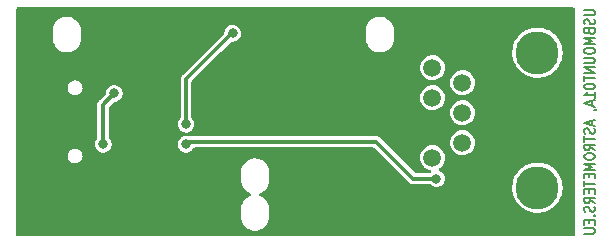
<source format=gbl>
%TF.GenerationSoftware,KiCad,Pcbnew,5.99.0-unknown-4920692bcd~125~ubuntu20.04.1*%
%TF.CreationDate,2021-04-18T13:07:43+02:00*%
%TF.ProjectId,USBMOUNT01A,5553424d-4f55-44e5-9430-31412e6b6963,rev?*%
%TF.SameCoordinates,Original*%
%TF.FileFunction,Copper,L2,Bot*%
%TF.FilePolarity,Positive*%
%FSLAX46Y46*%
G04 Gerber Fmt 4.6, Leading zero omitted, Abs format (unit mm)*
G04 Created by KiCad (PCBNEW 5.99.0-unknown-4920692bcd~125~ubuntu20.04.1) date 2021-04-18 13:07:43*
%MOMM*%
%LPD*%
G01*
G04 APERTURE LIST*
%ADD10C,0.195000*%
%TA.AperFunction,NonConductor*%
%ADD11C,0.195000*%
%TD*%
%TA.AperFunction,ComponentPad*%
%ADD12O,2.000000X0.900000*%
%TD*%
%TA.AperFunction,ComponentPad*%
%ADD13O,2.100000X0.900000*%
%TD*%
%TA.AperFunction,WasherPad*%
%ADD14C,3.650000*%
%TD*%
%TA.AperFunction,ComponentPad*%
%ADD15R,1.500000X1.500000*%
%TD*%
%TA.AperFunction,ComponentPad*%
%ADD16C,1.500000*%
%TD*%
%TA.AperFunction,ViaPad*%
%ADD17C,0.800000*%
%TD*%
%TA.AperFunction,Conductor*%
%ADD18C,0.350000*%
%TD*%
%TA.AperFunction,Conductor*%
%ADD19C,0.300000*%
%TD*%
G04 APERTURE END LIST*
D10*
D11*
X172007142Y-79428571D02*
X172735714Y-79428571D01*
X172821428Y-79465714D01*
X172864285Y-79502857D01*
X172907142Y-79577142D01*
X172907142Y-79725714D01*
X172864285Y-79800000D01*
X172821428Y-79837142D01*
X172735714Y-79874285D01*
X172007142Y-79874285D01*
X172864285Y-80208571D02*
X172907142Y-80320000D01*
X172907142Y-80505714D01*
X172864285Y-80580000D01*
X172821428Y-80617142D01*
X172735714Y-80654285D01*
X172650000Y-80654285D01*
X172564285Y-80617142D01*
X172521428Y-80580000D01*
X172478571Y-80505714D01*
X172435714Y-80357142D01*
X172392857Y-80282857D01*
X172350000Y-80245714D01*
X172264285Y-80208571D01*
X172178571Y-80208571D01*
X172092857Y-80245714D01*
X172050000Y-80282857D01*
X172007142Y-80357142D01*
X172007142Y-80542857D01*
X172050000Y-80654285D01*
X172435714Y-81248571D02*
X172478571Y-81360000D01*
X172521428Y-81397142D01*
X172607142Y-81434285D01*
X172735714Y-81434285D01*
X172821428Y-81397142D01*
X172864285Y-81360000D01*
X172907142Y-81285714D01*
X172907142Y-80988571D01*
X172007142Y-80988571D01*
X172007142Y-81248571D01*
X172050000Y-81322857D01*
X172092857Y-81360000D01*
X172178571Y-81397142D01*
X172264285Y-81397142D01*
X172350000Y-81360000D01*
X172392857Y-81322857D01*
X172435714Y-81248571D01*
X172435714Y-80988571D01*
X172907142Y-81768571D02*
X172007142Y-81768571D01*
X172650000Y-82028571D01*
X172007142Y-82288571D01*
X172907142Y-82288571D01*
X172007142Y-82808571D02*
X172007142Y-82957142D01*
X172050000Y-83031428D01*
X172135714Y-83105714D01*
X172307142Y-83142857D01*
X172607142Y-83142857D01*
X172778571Y-83105714D01*
X172864285Y-83031428D01*
X172907142Y-82957142D01*
X172907142Y-82808571D01*
X172864285Y-82734285D01*
X172778571Y-82660000D01*
X172607142Y-82622857D01*
X172307142Y-82622857D01*
X172135714Y-82660000D01*
X172050000Y-82734285D01*
X172007142Y-82808571D01*
X172007142Y-83477142D02*
X172735714Y-83477142D01*
X172821428Y-83514285D01*
X172864285Y-83551428D01*
X172907142Y-83625714D01*
X172907142Y-83774285D01*
X172864285Y-83848571D01*
X172821428Y-83885714D01*
X172735714Y-83922857D01*
X172007142Y-83922857D01*
X172907142Y-84294285D02*
X172007142Y-84294285D01*
X172907142Y-84740000D01*
X172007142Y-84740000D01*
X172007142Y-85000000D02*
X172007142Y-85445714D01*
X172907142Y-85222857D02*
X172007142Y-85222857D01*
X172007142Y-85854285D02*
X172007142Y-85928571D01*
X172050000Y-86002857D01*
X172092857Y-86040000D01*
X172178571Y-86077142D01*
X172350000Y-86114285D01*
X172564285Y-86114285D01*
X172735714Y-86077142D01*
X172821428Y-86040000D01*
X172864285Y-86002857D01*
X172907142Y-85928571D01*
X172907142Y-85854285D01*
X172864285Y-85780000D01*
X172821428Y-85742857D01*
X172735714Y-85705714D01*
X172564285Y-85668571D01*
X172350000Y-85668571D01*
X172178571Y-85705714D01*
X172092857Y-85742857D01*
X172050000Y-85780000D01*
X172007142Y-85854285D01*
X172907142Y-86857142D02*
X172907142Y-86411428D01*
X172907142Y-86634285D02*
X172007142Y-86634285D01*
X172135714Y-86560000D01*
X172221428Y-86485714D01*
X172264285Y-86411428D01*
X172650000Y-87154285D02*
X172650000Y-87525714D01*
X172907142Y-87080000D02*
X172007142Y-87340000D01*
X172907142Y-87600000D01*
X172864285Y-87897142D02*
X172907142Y-87897142D01*
X172992857Y-87860000D01*
X173035714Y-87822857D01*
X172650000Y-88788571D02*
X172650000Y-89160000D01*
X172907142Y-88714285D02*
X172007142Y-88974285D01*
X172907142Y-89234285D01*
X172864285Y-89457142D02*
X172907142Y-89568571D01*
X172907142Y-89754285D01*
X172864285Y-89828571D01*
X172821428Y-89865714D01*
X172735714Y-89902857D01*
X172650000Y-89902857D01*
X172564285Y-89865714D01*
X172521428Y-89828571D01*
X172478571Y-89754285D01*
X172435714Y-89605714D01*
X172392857Y-89531428D01*
X172350000Y-89494285D01*
X172264285Y-89457142D01*
X172178571Y-89457142D01*
X172092857Y-89494285D01*
X172050000Y-89531428D01*
X172007142Y-89605714D01*
X172007142Y-89791428D01*
X172050000Y-89902857D01*
X172007142Y-90125714D02*
X172007142Y-90571428D01*
X172907142Y-90348571D02*
X172007142Y-90348571D01*
X172907142Y-91277142D02*
X172478571Y-91017142D01*
X172907142Y-90831428D02*
X172007142Y-90831428D01*
X172007142Y-91128571D01*
X172050000Y-91202857D01*
X172092857Y-91240000D01*
X172178571Y-91277142D01*
X172307142Y-91277142D01*
X172392857Y-91240000D01*
X172435714Y-91202857D01*
X172478571Y-91128571D01*
X172478571Y-90831428D01*
X172007142Y-91760000D02*
X172007142Y-91908571D01*
X172050000Y-91982857D01*
X172135714Y-92057142D01*
X172307142Y-92094285D01*
X172607142Y-92094285D01*
X172778571Y-92057142D01*
X172864285Y-91982857D01*
X172907142Y-91908571D01*
X172907142Y-91760000D01*
X172864285Y-91685714D01*
X172778571Y-91611428D01*
X172607142Y-91574285D01*
X172307142Y-91574285D01*
X172135714Y-91611428D01*
X172050000Y-91685714D01*
X172007142Y-91760000D01*
X172907142Y-92428571D02*
X172007142Y-92428571D01*
X172650000Y-92688571D01*
X172007142Y-92948571D01*
X172907142Y-92948571D01*
X172435714Y-93320000D02*
X172435714Y-93580000D01*
X172907142Y-93691428D02*
X172907142Y-93320000D01*
X172007142Y-93320000D01*
X172007142Y-93691428D01*
X172007142Y-93914285D02*
X172007142Y-94360000D01*
X172907142Y-94137142D02*
X172007142Y-94137142D01*
X172435714Y-94620000D02*
X172435714Y-94880000D01*
X172907142Y-94991428D02*
X172907142Y-94620000D01*
X172007142Y-94620000D01*
X172007142Y-94991428D01*
X172907142Y-95771428D02*
X172478571Y-95511428D01*
X172907142Y-95325714D02*
X172007142Y-95325714D01*
X172007142Y-95622857D01*
X172050000Y-95697142D01*
X172092857Y-95734285D01*
X172178571Y-95771428D01*
X172307142Y-95771428D01*
X172392857Y-95734285D01*
X172435714Y-95697142D01*
X172478571Y-95622857D01*
X172478571Y-95325714D01*
X172864285Y-96068571D02*
X172907142Y-96180000D01*
X172907142Y-96365714D01*
X172864285Y-96440000D01*
X172821428Y-96477142D01*
X172735714Y-96514285D01*
X172650000Y-96514285D01*
X172564285Y-96477142D01*
X172521428Y-96440000D01*
X172478571Y-96365714D01*
X172435714Y-96217142D01*
X172392857Y-96142857D01*
X172350000Y-96105714D01*
X172264285Y-96068571D01*
X172178571Y-96068571D01*
X172092857Y-96105714D01*
X172050000Y-96142857D01*
X172007142Y-96217142D01*
X172007142Y-96402857D01*
X172050000Y-96514285D01*
X172821428Y-96848571D02*
X172864285Y-96885714D01*
X172907142Y-96848571D01*
X172864285Y-96811428D01*
X172821428Y-96848571D01*
X172907142Y-96848571D01*
X172435714Y-97220000D02*
X172435714Y-97480000D01*
X172907142Y-97591428D02*
X172907142Y-97220000D01*
X172007142Y-97220000D01*
X172007142Y-97591428D01*
X172007142Y-97925714D02*
X172735714Y-97925714D01*
X172821428Y-97962857D01*
X172864285Y-98000000D01*
X172907142Y-98074285D01*
X172907142Y-98222857D01*
X172864285Y-98297142D01*
X172821428Y-98334285D01*
X172735714Y-98371428D01*
X172007142Y-98371428D01*
D12*
%TO.P,P1,S1,SHIELD*%
%TO.N,GND*%
X125215000Y-84580000D03*
X125215000Y-93220000D03*
D13*
X129385000Y-84580000D03*
X129385000Y-93220000D03*
%TD*%
D14*
%TO.P,J1,*%
%TO.N,*%
X168050000Y-94470000D03*
X168050000Y-83040000D03*
D15*
%TO.P,J1,1*%
%TO.N,GND*%
X161700000Y-93200000D03*
D16*
%TO.P,J1,2*%
%TO.N,unconnected-(J1-Pad2)*%
X159160000Y-91930000D03*
%TO.P,J1,3*%
%TO.N,unconnected-(J1-Pad3)*%
X161700000Y-90660000D03*
%TO.P,J1,4*%
%TO.N,GND*%
X159160000Y-89390000D03*
%TO.P,J1,5*%
%TO.N,RXD*%
X161700000Y-88120000D03*
%TO.P,J1,6*%
%TO.N,TXD*%
X159160000Y-86850000D03*
%TO.P,J1,7*%
%TO.N,+12V*%
X161700000Y-85580000D03*
%TO.P,J1,8*%
X159160000Y-84310000D03*
%TD*%
D17*
%TO.N,GND*%
X145000000Y-81300000D03*
X142900000Y-91800000D03*
X147100000Y-81300000D03*
X132200000Y-87800000D03*
%TO.N,+5V*%
X132223000Y-86487000D03*
X131300000Y-90800000D03*
%TO.N,+3V3*%
X159500000Y-93700000D03*
X138300000Y-90800000D03*
%TO.N,/D+i*%
X142250000Y-81400000D03*
X138300000Y-89100000D03*
%TD*%
D18*
%TO.N,+5V*%
X131260000Y-90740000D02*
X131260000Y-87450000D01*
X131260000Y-87450000D02*
X132223000Y-86487000D01*
%TO.N,+3V3*%
X138300000Y-90800000D02*
X138524511Y-90575489D01*
X154403212Y-90575489D02*
X157527723Y-93700000D01*
X157527723Y-93700000D02*
X159500000Y-93700000D01*
X138524511Y-90575489D02*
X154403212Y-90575489D01*
D19*
%TO.N,/D+i*%
X138300000Y-89100000D02*
X138300000Y-85300000D01*
X138300000Y-88100000D02*
X138300000Y-89100000D01*
X138300000Y-85300000D02*
X142100000Y-81500000D01*
X142200000Y-81400000D02*
X142250000Y-81400000D01*
X138290932Y-86910500D02*
X138290932Y-88090932D01*
X142100000Y-81500000D02*
X142200000Y-81400000D01*
X138290932Y-88090932D02*
X138300000Y-88100000D01*
%TD*%
%TA.AperFunction,Conductor*%
%TO.N,GND*%
G36*
X171142121Y-79223502D02*
G01*
X171188614Y-79277158D01*
X171200000Y-79329500D01*
X171200000Y-98470500D01*
X171179998Y-98538621D01*
X171126342Y-98585114D01*
X171074000Y-98596500D01*
X124057000Y-98596500D01*
X123988879Y-98576498D01*
X123942386Y-98522842D01*
X123931000Y-98470500D01*
X123931000Y-93129689D01*
X142949500Y-93129689D01*
X142949500Y-93854415D01*
X142951833Y-93879801D01*
X142963927Y-94011422D01*
X142964686Y-94019685D01*
X142966254Y-94025244D01*
X142966254Y-94025245D01*
X143008631Y-94175500D01*
X143024569Y-94232013D01*
X143027121Y-94237189D01*
X143027123Y-94237193D01*
X143106904Y-94398973D01*
X143122142Y-94429872D01*
X143125596Y-94434498D01*
X143125597Y-94434499D01*
X143138643Y-94451970D01*
X143254139Y-94606637D01*
X143258373Y-94610551D01*
X143258375Y-94610553D01*
X143399747Y-94741235D01*
X143416138Y-94756387D01*
X143602714Y-94874108D01*
X143608074Y-94876246D01*
X143608077Y-94876248D01*
X143751385Y-94933422D01*
X143807245Y-94977243D01*
X143830545Y-95044307D01*
X143813889Y-95113322D01*
X143762565Y-95162377D01*
X143748305Y-95168664D01*
X143636438Y-95209933D01*
X143636430Y-95209937D01*
X143631019Y-95211933D01*
X143626058Y-95214885D01*
X143626057Y-95214885D01*
X143446393Y-95321774D01*
X143446390Y-95321776D01*
X143441425Y-95324730D01*
X143275561Y-95470189D01*
X143138983Y-95643438D01*
X143136294Y-95648549D01*
X143136292Y-95648552D01*
X143083950Y-95748038D01*
X143036263Y-95838675D01*
X142970843Y-96049362D01*
X142949500Y-96229689D01*
X142949500Y-96954415D01*
X142964686Y-97119685D01*
X143024569Y-97332013D01*
X143027121Y-97337189D01*
X143027123Y-97337193D01*
X143039024Y-97361325D01*
X143122142Y-97529872D01*
X143125596Y-97534498D01*
X143125597Y-97534499D01*
X143142072Y-97556562D01*
X143254139Y-97706637D01*
X143258373Y-97710551D01*
X143258375Y-97710553D01*
X143279209Y-97729811D01*
X143416138Y-97856387D01*
X143602714Y-97974108D01*
X143807620Y-98055857D01*
X143813280Y-98056983D01*
X143813284Y-98056984D01*
X144018324Y-98097769D01*
X144018327Y-98097769D01*
X144023991Y-98098896D01*
X144029766Y-98098972D01*
X144029770Y-98098972D01*
X144140677Y-98100424D01*
X144244582Y-98101784D01*
X144250279Y-98100805D01*
X144250280Y-98100805D01*
X144456309Y-98065403D01*
X144456310Y-98065403D01*
X144462006Y-98064424D01*
X144668981Y-97988067D01*
X144697619Y-97971029D01*
X144853607Y-97878226D01*
X144853610Y-97878224D01*
X144858575Y-97875270D01*
X145024439Y-97729811D01*
X145161017Y-97556562D01*
X145175060Y-97529872D01*
X145261045Y-97366441D01*
X145263737Y-97361325D01*
X145329157Y-97150638D01*
X145350500Y-96970311D01*
X145350500Y-96245585D01*
X145335314Y-96080315D01*
X145328202Y-96055099D01*
X145276999Y-95873546D01*
X145276998Y-95873544D01*
X145275431Y-95867987D01*
X145264169Y-95845148D01*
X145180413Y-95675309D01*
X145177858Y-95670128D01*
X145161747Y-95648552D01*
X145049314Y-95497987D01*
X145049313Y-95497986D01*
X145045861Y-95493363D01*
X145041625Y-95489447D01*
X144888103Y-95347533D01*
X144888101Y-95347531D01*
X144883862Y-95343613D01*
X144697286Y-95225892D01*
X144691926Y-95223754D01*
X144691923Y-95223752D01*
X144548615Y-95166578D01*
X144492755Y-95122757D01*
X144469455Y-95055693D01*
X144486111Y-94986678D01*
X144537435Y-94937623D01*
X144551695Y-94931336D01*
X144663562Y-94890067D01*
X144663570Y-94890063D01*
X144668981Y-94888067D01*
X144818672Y-94799010D01*
X144853607Y-94778226D01*
X144853610Y-94778224D01*
X144858575Y-94775270D01*
X145024439Y-94629811D01*
X145161017Y-94456562D01*
X145165685Y-94447690D01*
X165919617Y-94447690D01*
X165936300Y-94737022D01*
X165937125Y-94741227D01*
X165937126Y-94741235D01*
X165948461Y-94799010D01*
X165992095Y-95021414D01*
X165993482Y-95025464D01*
X165993483Y-95025469D01*
X166063158Y-95228971D01*
X166085971Y-95295602D01*
X166118693Y-95360662D01*
X166187760Y-95497987D01*
X166216189Y-95554513D01*
X166218615Y-95558042D01*
X166218618Y-95558048D01*
X166280820Y-95648552D01*
X166380341Y-95793355D01*
X166575389Y-96007710D01*
X166578677Y-96010459D01*
X166794432Y-96190859D01*
X166794437Y-96190863D01*
X166797724Y-96193611D01*
X166859073Y-96232095D01*
X167039591Y-96345334D01*
X167039595Y-96345336D01*
X167043231Y-96347617D01*
X167047141Y-96349382D01*
X167047142Y-96349383D01*
X167303455Y-96465113D01*
X167303459Y-96465115D01*
X167307367Y-96466879D01*
X167311486Y-96468099D01*
X167581133Y-96547973D01*
X167581138Y-96547974D01*
X167585246Y-96549191D01*
X167589480Y-96549839D01*
X167589485Y-96549840D01*
X167867482Y-96592379D01*
X167867484Y-96592379D01*
X167871724Y-96593028D01*
X168019285Y-96595346D01*
X168157211Y-96597513D01*
X168157217Y-96597513D01*
X168161502Y-96597580D01*
X168449216Y-96562763D01*
X168729543Y-96489221D01*
X168997295Y-96378314D01*
X169247519Y-96232095D01*
X169250879Y-96229461D01*
X169250887Y-96229455D01*
X169472211Y-96055914D01*
X169475583Y-96053270D01*
X169484717Y-96043845D01*
X169674284Y-95848226D01*
X169677267Y-95845148D01*
X169848841Y-95611579D01*
X169879825Y-95554513D01*
X169985078Y-95360662D01*
X169985079Y-95360660D01*
X169987128Y-95356886D01*
X170089569Y-95085782D01*
X170154270Y-94803284D01*
X170180033Y-94514618D01*
X170180500Y-94470000D01*
X170175658Y-94398973D01*
X170161080Y-94185135D01*
X170161079Y-94185129D01*
X170160788Y-94180858D01*
X170159679Y-94175500D01*
X170127411Y-94019685D01*
X170102018Y-93897066D01*
X170005276Y-93623876D01*
X169994733Y-93603448D01*
X169874319Y-93370150D01*
X169874319Y-93370149D01*
X169872354Y-93366343D01*
X169856533Y-93343831D01*
X169708176Y-93132743D01*
X169708175Y-93132742D01*
X169705709Y-93129233D01*
X169508428Y-92916932D01*
X169284159Y-92733370D01*
X169037052Y-92581943D01*
X169033135Y-92580224D01*
X169033132Y-92580222D01*
X168865417Y-92506601D01*
X168771681Y-92465454D01*
X168767553Y-92464278D01*
X168767550Y-92464277D01*
X168681115Y-92439656D01*
X168492956Y-92386057D01*
X168488714Y-92385453D01*
X168488708Y-92385452D01*
X168210285Y-92345827D01*
X168206034Y-92345222D01*
X168201745Y-92345200D01*
X168201738Y-92345199D01*
X167920511Y-92343726D01*
X167920504Y-92343726D01*
X167916225Y-92343704D01*
X167911981Y-92344263D01*
X167911977Y-92344263D01*
X167820943Y-92356248D01*
X167628891Y-92381532D01*
X167624751Y-92382665D01*
X167624749Y-92382665D01*
X167585644Y-92393363D01*
X167349350Y-92458006D01*
X167345402Y-92459690D01*
X167086725Y-92570025D01*
X167086721Y-92570027D01*
X167082773Y-92571711D01*
X166834095Y-92720542D01*
X166830744Y-92723226D01*
X166830742Y-92723228D01*
X166781339Y-92762807D01*
X166607916Y-92901745D01*
X166408422Y-93111968D01*
X166239304Y-93347321D01*
X166103691Y-93603448D01*
X166004094Y-93875609D01*
X165942355Y-94158770D01*
X165942019Y-94163040D01*
X165923242Y-94401635D01*
X165919617Y-94447690D01*
X145165685Y-94447690D01*
X145175060Y-94429872D01*
X145249899Y-94287626D01*
X145263737Y-94261325D01*
X145329157Y-94050638D01*
X145333502Y-94013931D01*
X145350064Y-93873998D01*
X145350064Y-93873992D01*
X145350500Y-93870311D01*
X145350500Y-93145585D01*
X145337021Y-92998888D01*
X145335843Y-92986069D01*
X145335842Y-92986066D01*
X145335314Y-92980315D01*
X145290435Y-92821188D01*
X145276999Y-92773546D01*
X145276998Y-92773544D01*
X145275431Y-92767987D01*
X145263698Y-92744193D01*
X145180413Y-92575309D01*
X145177858Y-92570128D01*
X145161747Y-92548552D01*
X145049314Y-92397987D01*
X145049313Y-92397986D01*
X145045861Y-92393363D01*
X145039231Y-92387234D01*
X144888103Y-92247533D01*
X144888101Y-92247531D01*
X144883862Y-92243613D01*
X144697286Y-92125892D01*
X144492380Y-92044143D01*
X144486720Y-92043017D01*
X144486716Y-92043016D01*
X144281676Y-92002231D01*
X144281673Y-92002231D01*
X144276009Y-92001104D01*
X144270234Y-92001028D01*
X144270230Y-92001028D01*
X144159323Y-91999576D01*
X144055418Y-91998216D01*
X144049721Y-91999195D01*
X144049720Y-91999195D01*
X143875979Y-92029049D01*
X143837994Y-92035576D01*
X143631019Y-92111933D01*
X143626058Y-92114885D01*
X143626057Y-92114885D01*
X143446393Y-92221774D01*
X143446390Y-92221776D01*
X143441425Y-92224730D01*
X143275561Y-92370189D01*
X143138983Y-92543438D01*
X143136294Y-92548549D01*
X143136292Y-92548552D01*
X143119630Y-92580222D01*
X143036263Y-92738675D01*
X142970843Y-92949362D01*
X142970164Y-92955099D01*
X142950465Y-93121538D01*
X142949500Y-93129689D01*
X123931000Y-93129689D01*
X123931000Y-91710977D01*
X128279472Y-91710977D01*
X128279472Y-91869023D01*
X128281443Y-91876698D01*
X128281443Y-91876701D01*
X128291344Y-91915263D01*
X128318776Y-92022103D01*
X128322592Y-92029045D01*
X128322594Y-92029049D01*
X128376146Y-92126458D01*
X128394915Y-92160599D01*
X128400340Y-92166376D01*
X128458716Y-92228540D01*
X128503104Y-92275809D01*
X128509799Y-92280057D01*
X128509798Y-92280057D01*
X128629856Y-92356248D01*
X128629859Y-92356250D01*
X128636546Y-92360493D01*
X128701297Y-92381532D01*
X128779318Y-92406883D01*
X128779320Y-92406883D01*
X128786856Y-92409332D01*
X128794765Y-92409830D01*
X128794767Y-92409830D01*
X128865723Y-92414294D01*
X128944589Y-92419256D01*
X128952374Y-92417771D01*
X129092048Y-92391127D01*
X129092052Y-92391126D01*
X129099835Y-92389641D01*
X129242839Y-92322349D01*
X129364615Y-92221607D01*
X129402330Y-92169696D01*
X129452852Y-92100159D01*
X129452853Y-92100157D01*
X129457511Y-92093746D01*
X129477151Y-92044143D01*
X129512775Y-91954167D01*
X129512775Y-91954165D01*
X129515692Y-91946799D01*
X129517370Y-91933522D01*
X129534506Y-91797868D01*
X129535500Y-91790000D01*
X129526236Y-91716668D01*
X129516686Y-91641066D01*
X129516685Y-91641063D01*
X129515692Y-91633201D01*
X129512134Y-91624214D01*
X129460429Y-91493623D01*
X129460428Y-91493621D01*
X129457511Y-91486254D01*
X129436899Y-91457883D01*
X129369275Y-91364807D01*
X129364615Y-91358393D01*
X129242839Y-91257651D01*
X129099835Y-91190359D01*
X129092052Y-91188874D01*
X129092048Y-91188873D01*
X128952374Y-91162229D01*
X128952373Y-91162229D01*
X128944589Y-91160744D01*
X128865723Y-91165706D01*
X128794767Y-91170170D01*
X128794765Y-91170170D01*
X128786856Y-91170668D01*
X128779320Y-91173117D01*
X128779318Y-91173117D01*
X128711701Y-91195087D01*
X128636546Y-91219507D01*
X128629859Y-91223750D01*
X128629856Y-91223752D01*
X128545106Y-91277536D01*
X128503104Y-91304191D01*
X128497676Y-91309971D01*
X128497675Y-91309972D01*
X128429384Y-91382695D01*
X128394915Y-91419401D01*
X128391098Y-91426344D01*
X128322594Y-91550951D01*
X128322592Y-91550955D01*
X128318776Y-91557897D01*
X128316805Y-91565574D01*
X128282428Y-91699465D01*
X128279472Y-91710977D01*
X123931000Y-91710977D01*
X123931000Y-90792612D01*
X130594539Y-90792612D01*
X130613140Y-90961102D01*
X130615750Y-90968233D01*
X130659540Y-91087894D01*
X130671395Y-91120290D01*
X130675631Y-91126593D01*
X130675631Y-91126594D01*
X130684557Y-91139877D01*
X130765940Y-91260988D01*
X130891317Y-91375073D01*
X131040288Y-91455957D01*
X131204253Y-91498973D01*
X131292481Y-91500359D01*
X131366147Y-91501516D01*
X131366150Y-91501516D01*
X131373745Y-91501635D01*
X131440902Y-91486254D01*
X131531577Y-91465487D01*
X131531581Y-91465486D01*
X131538980Y-91463791D01*
X131690418Y-91387626D01*
X131819316Y-91277536D01*
X131918234Y-91139877D01*
X131940915Y-91083458D01*
X131978626Y-90989650D01*
X131978627Y-90989648D01*
X131981461Y-90982597D01*
X131996762Y-90875085D01*
X132004764Y-90818859D01*
X132004764Y-90818856D01*
X132005345Y-90814775D01*
X132005500Y-90800000D01*
X132004606Y-90792612D01*
X137594539Y-90792612D01*
X137613140Y-90961102D01*
X137615750Y-90968233D01*
X137659540Y-91087894D01*
X137671395Y-91120290D01*
X137675631Y-91126593D01*
X137675631Y-91126594D01*
X137684557Y-91139877D01*
X137765940Y-91260988D01*
X137891317Y-91375073D01*
X138040288Y-91455957D01*
X138204253Y-91498973D01*
X138292481Y-91500359D01*
X138366147Y-91501516D01*
X138366150Y-91501516D01*
X138373745Y-91501635D01*
X138440902Y-91486254D01*
X138531577Y-91465487D01*
X138531581Y-91465486D01*
X138538980Y-91463791D01*
X138690418Y-91387626D01*
X138819316Y-91277536D01*
X138918234Y-91139877D01*
X138922209Y-91129990D01*
X138923592Y-91128236D01*
X138924726Y-91126174D01*
X138925070Y-91126363D01*
X138966177Y-91074247D01*
X139039115Y-91050989D01*
X154154064Y-91050989D01*
X154222185Y-91070991D01*
X154243159Y-91087894D01*
X155693688Y-92538424D01*
X157143502Y-93988238D01*
X157150782Y-93997348D01*
X157151197Y-93996995D01*
X157157013Y-94003829D01*
X157161804Y-94011422D01*
X157168532Y-94017364D01*
X157168533Y-94017365D01*
X157200669Y-94045746D01*
X157206357Y-94051093D01*
X157216180Y-94060916D01*
X157221472Y-94064882D01*
X157223130Y-94066125D01*
X157230970Y-94072507D01*
X157257191Y-94095664D01*
X157263918Y-94101605D01*
X157272042Y-94105419D01*
X157277355Y-94108909D01*
X157284219Y-94113033D01*
X157289793Y-94116085D01*
X157296976Y-94121468D01*
X157331933Y-94134573D01*
X157338125Y-94136894D01*
X157347445Y-94140821D01*
X157387238Y-94159504D01*
X157396109Y-94160885D01*
X157402195Y-94162746D01*
X157409931Y-94164775D01*
X157416136Y-94166139D01*
X157424543Y-94169291D01*
X157447764Y-94171016D01*
X157468386Y-94172549D01*
X157478431Y-94173703D01*
X157481476Y-94174177D01*
X157489972Y-94175500D01*
X157503416Y-94175500D01*
X157512753Y-94175846D01*
X157560404Y-94179387D01*
X157569180Y-94177514D01*
X157578137Y-94176903D01*
X157578140Y-94176954D01*
X157591913Y-94175500D01*
X158933142Y-94175500D01*
X159001263Y-94195502D01*
X159017941Y-94208306D01*
X159043995Y-94232013D01*
X159091317Y-94275073D01*
X159240288Y-94355957D01*
X159404253Y-94398973D01*
X159492481Y-94400359D01*
X159566147Y-94401516D01*
X159566150Y-94401516D01*
X159573745Y-94401635D01*
X159632841Y-94388100D01*
X159731577Y-94365487D01*
X159731581Y-94365486D01*
X159738980Y-94363791D01*
X159890418Y-94287626D01*
X160019316Y-94177536D01*
X160118234Y-94039877D01*
X160138993Y-93988238D01*
X160178626Y-93889650D01*
X160178627Y-93889648D01*
X160181461Y-93882597D01*
X160205345Y-93714775D01*
X160205500Y-93700000D01*
X160185135Y-93531715D01*
X160125217Y-93373145D01*
X160120918Y-93366890D01*
X160120916Y-93366886D01*
X160033505Y-93239703D01*
X160033504Y-93239701D01*
X160029203Y-93233444D01*
X160019165Y-93224500D01*
X159973612Y-93183914D01*
X159902638Y-93120679D01*
X159894736Y-93116495D01*
X159759544Y-93044914D01*
X159759541Y-93044913D01*
X159752829Y-93041359D01*
X159750223Y-93040704D01*
X159695460Y-92998888D01*
X159671285Y-92932135D01*
X159687037Y-92862908D01*
X159725978Y-92821717D01*
X159725565Y-92821188D01*
X159729059Y-92818458D01*
X159730414Y-92817400D01*
X159730418Y-92817397D01*
X159800289Y-92762807D01*
X159887893Y-92694363D01*
X159891919Y-92689699D01*
X159891922Y-92689696D01*
X160018467Y-92543092D01*
X160018468Y-92543090D01*
X160022496Y-92538424D01*
X160124247Y-92359311D01*
X160189270Y-92163844D01*
X160215088Y-91959471D01*
X160215500Y-91930000D01*
X160195398Y-91724986D01*
X160193563Y-91718906D01*
X160137639Y-91533679D01*
X160135858Y-91527780D01*
X160087503Y-91436837D01*
X160042042Y-91351337D01*
X160042040Y-91351334D01*
X160039148Y-91345895D01*
X160035258Y-91341125D01*
X160035255Y-91341121D01*
X159912847Y-91191034D01*
X159912844Y-91191031D01*
X159908952Y-91186259D01*
X159878110Y-91160744D01*
X159754978Y-91058880D01*
X159754974Y-91058878D01*
X159750228Y-91054951D01*
X159569023Y-90956973D01*
X159372238Y-90896058D01*
X159366116Y-90895415D01*
X159366113Y-90895414D01*
X159173498Y-90875170D01*
X159173496Y-90875170D01*
X159167369Y-90874526D01*
X159081346Y-90882355D01*
X158968358Y-90892637D01*
X158968355Y-90892638D01*
X158962219Y-90893196D01*
X158956313Y-90894934D01*
X158956309Y-90894935D01*
X158807368Y-90938771D01*
X158764603Y-90951357D01*
X158582047Y-91046795D01*
X158421505Y-91175874D01*
X158289093Y-91333677D01*
X158286129Y-91339069D01*
X158286126Y-91339073D01*
X158217562Y-91463791D01*
X158189853Y-91514194D01*
X158187992Y-91520061D01*
X158187991Y-91520063D01*
X158178193Y-91550951D01*
X158127565Y-91710549D01*
X158104603Y-91915263D01*
X158121840Y-92120538D01*
X158134258Y-92163844D01*
X158167582Y-92280057D01*
X158178621Y-92318555D01*
X158181436Y-92324032D01*
X158254117Y-92465454D01*
X158272782Y-92501773D01*
X158400737Y-92663212D01*
X158405430Y-92667206D01*
X158405431Y-92667207D01*
X158483395Y-92733559D01*
X158557612Y-92796723D01*
X158737432Y-92897221D01*
X158933347Y-92960878D01*
X158939461Y-92961607D01*
X158939470Y-92961609D01*
X158958261Y-92963850D01*
X159023534Y-92991778D01*
X159063346Y-93050562D01*
X159065056Y-93121538D01*
X159026168Y-93183912D01*
X159015233Y-93193452D01*
X158950751Y-93223158D01*
X158932407Y-93224500D01*
X157776871Y-93224500D01*
X157708750Y-93204498D01*
X157687776Y-93187595D01*
X155145445Y-90645263D01*
X160644603Y-90645263D01*
X160661840Y-90850538D01*
X160673912Y-90892637D01*
X160697550Y-90975071D01*
X160718621Y-91048555D01*
X160721434Y-91054029D01*
X160721435Y-91054031D01*
X160806478Y-91219507D01*
X160812782Y-91231773D01*
X160940737Y-91393212D01*
X160945430Y-91397206D01*
X160945431Y-91397207D01*
X161092460Y-91522338D01*
X161097612Y-91526723D01*
X161277432Y-91627221D01*
X161473347Y-91690878D01*
X161677895Y-91715269D01*
X161684030Y-91714797D01*
X161684032Y-91714797D01*
X161877144Y-91699938D01*
X161877148Y-91699937D01*
X161883286Y-91699465D01*
X162081695Y-91644068D01*
X162265565Y-91551188D01*
X162287976Y-91533679D01*
X162334865Y-91497045D01*
X162427893Y-91424363D01*
X162431919Y-91419699D01*
X162431922Y-91419696D01*
X162558467Y-91273092D01*
X162558468Y-91273090D01*
X162562496Y-91268424D01*
X162664247Y-91089311D01*
X162729270Y-90893844D01*
X162755088Y-90689471D01*
X162755500Y-90660000D01*
X162735398Y-90454986D01*
X162675858Y-90257780D01*
X162619013Y-90150870D01*
X162582042Y-90081337D01*
X162582040Y-90081334D01*
X162579148Y-90075895D01*
X162575258Y-90071125D01*
X162575255Y-90071121D01*
X162452847Y-89921034D01*
X162452844Y-89921031D01*
X162448952Y-89916259D01*
X162431734Y-89902015D01*
X162294978Y-89788880D01*
X162294974Y-89788878D01*
X162290228Y-89784951D01*
X162109023Y-89686973D01*
X161912238Y-89626058D01*
X161906116Y-89625415D01*
X161906113Y-89625414D01*
X161713498Y-89605170D01*
X161713496Y-89605170D01*
X161707369Y-89604526D01*
X161621346Y-89612355D01*
X161508358Y-89622637D01*
X161508355Y-89622638D01*
X161502219Y-89623196D01*
X161496313Y-89624934D01*
X161496309Y-89624935D01*
X161347368Y-89668771D01*
X161304603Y-89681357D01*
X161122047Y-89776795D01*
X160961505Y-89905874D01*
X160829093Y-90063677D01*
X160826129Y-90069069D01*
X160826126Y-90069073D01*
X160768506Y-90173884D01*
X160729853Y-90244194D01*
X160727992Y-90250061D01*
X160727991Y-90250063D01*
X160698709Y-90342372D01*
X160667565Y-90440549D01*
X160644603Y-90645263D01*
X155145445Y-90645263D01*
X154787433Y-90287251D01*
X154780153Y-90278141D01*
X154779738Y-90278494D01*
X154773922Y-90271660D01*
X154769131Y-90264067D01*
X154753156Y-90249958D01*
X154730266Y-90229743D01*
X154724578Y-90224396D01*
X154714755Y-90214573D01*
X154709463Y-90210607D01*
X154707805Y-90209364D01*
X154699965Y-90202982D01*
X154673744Y-90179825D01*
X154667017Y-90173884D01*
X154658893Y-90170070D01*
X154653580Y-90166580D01*
X154646716Y-90162456D01*
X154641142Y-90159404D01*
X154633959Y-90154021D01*
X154592810Y-90138595D01*
X154583490Y-90134668D01*
X154577885Y-90132037D01*
X154543697Y-90115985D01*
X154534826Y-90114604D01*
X154528740Y-90112743D01*
X154521004Y-90110714D01*
X154514799Y-90109350D01*
X154506392Y-90106198D01*
X154483171Y-90104473D01*
X154462549Y-90102940D01*
X154452504Y-90101786D01*
X154449459Y-90101312D01*
X154440963Y-90099989D01*
X154427519Y-90099989D01*
X154418182Y-90099643D01*
X154412436Y-90099216D01*
X154370531Y-90096102D01*
X154361755Y-90097975D01*
X154352798Y-90098586D01*
X154352795Y-90098535D01*
X154339022Y-90099989D01*
X138592384Y-90099989D01*
X138580795Y-90098694D01*
X138580751Y-90099237D01*
X138571802Y-90098517D01*
X138563047Y-90096536D01*
X138528268Y-90098694D01*
X138511297Y-90099747D01*
X138503494Y-90099989D01*
X138489599Y-90099989D01*
X138485170Y-90100623D01*
X138485162Y-90100624D01*
X138481003Y-90101220D01*
X138470938Y-90102252D01*
X138443487Y-90103955D01*
X138431278Y-90104712D01*
X138403418Y-90102140D01*
X138403326Y-90102866D01*
X138395795Y-90101915D01*
X138388423Y-90100063D01*
X138380823Y-90100023D01*
X138380821Y-90100023D01*
X138308158Y-90099643D01*
X138218912Y-90099176D01*
X138211533Y-90100948D01*
X138211529Y-90100948D01*
X138061461Y-90136976D01*
X138061457Y-90136977D01*
X138054082Y-90138748D01*
X137903450Y-90216495D01*
X137897728Y-90221487D01*
X137897726Y-90221488D01*
X137848917Y-90264067D01*
X137775711Y-90327928D01*
X137761587Y-90348024D01*
X137690562Y-90449083D01*
X137678240Y-90466615D01*
X137616665Y-90624549D01*
X137615674Y-90632078D01*
X137607657Y-90692975D01*
X137594539Y-90792612D01*
X132004606Y-90792612D01*
X131985135Y-90631715D01*
X131982427Y-90624549D01*
X131927902Y-90480250D01*
X131927901Y-90480248D01*
X131925217Y-90473145D01*
X131920918Y-90466890D01*
X131920916Y-90466886D01*
X131833505Y-90339703D01*
X131833504Y-90339701D01*
X131829203Y-90333444D01*
X131777681Y-90287539D01*
X131740126Y-90227290D01*
X131735500Y-90193463D01*
X131735500Y-89092612D01*
X137594539Y-89092612D01*
X137613140Y-89261102D01*
X137671395Y-89420290D01*
X137675631Y-89426593D01*
X137675631Y-89426594D01*
X137684557Y-89439877D01*
X137765940Y-89560988D01*
X137891317Y-89675073D01*
X138040288Y-89755957D01*
X138204253Y-89798973D01*
X138292481Y-89800359D01*
X138366147Y-89801516D01*
X138366150Y-89801516D01*
X138373745Y-89801635D01*
X138446591Y-89784951D01*
X138531577Y-89765487D01*
X138531581Y-89765486D01*
X138538980Y-89763791D01*
X138690418Y-89687626D01*
X138786961Y-89605170D01*
X138813544Y-89582466D01*
X138813545Y-89582465D01*
X138819316Y-89577536D01*
X138918234Y-89439877D01*
X138981461Y-89282597D01*
X138996803Y-89174797D01*
X139004764Y-89118859D01*
X139004764Y-89118856D01*
X139005345Y-89114775D01*
X139005500Y-89100000D01*
X139003590Y-89084214D01*
X138986048Y-88939258D01*
X138986048Y-88939257D01*
X138985135Y-88931715D01*
X138982427Y-88924549D01*
X138927902Y-88780250D01*
X138927901Y-88780248D01*
X138925217Y-88773145D01*
X138920918Y-88766890D01*
X138920916Y-88766886D01*
X138833505Y-88639703D01*
X138833504Y-88639701D01*
X138829203Y-88633444D01*
X138817411Y-88622937D01*
X138792681Y-88600904D01*
X138755125Y-88540654D01*
X138750500Y-88506828D01*
X138750500Y-88133470D01*
X138751373Y-88118661D01*
X138752959Y-88105263D01*
X160644603Y-88105263D01*
X160661840Y-88310538D01*
X160718621Y-88508555D01*
X160812782Y-88691773D01*
X160940737Y-88853212D01*
X160945430Y-88857206D01*
X160945431Y-88857207D01*
X160971856Y-88879696D01*
X161097612Y-88986723D01*
X161277432Y-89087221D01*
X161473347Y-89150878D01*
X161677895Y-89175269D01*
X161684030Y-89174797D01*
X161684032Y-89174797D01*
X161877144Y-89159938D01*
X161877148Y-89159937D01*
X161883286Y-89159465D01*
X162081695Y-89104068D01*
X162265565Y-89011188D01*
X162301990Y-88982730D01*
X162357631Y-88939258D01*
X162427893Y-88884363D01*
X162431919Y-88879699D01*
X162431922Y-88879696D01*
X162558467Y-88733092D01*
X162558468Y-88733090D01*
X162562496Y-88728424D01*
X162664247Y-88549311D01*
X162729270Y-88353844D01*
X162755088Y-88149471D01*
X162755500Y-88120000D01*
X162735398Y-87914986D01*
X162724526Y-87878974D01*
X162677639Y-87723679D01*
X162675858Y-87717780D01*
X162627503Y-87626837D01*
X162582042Y-87541337D01*
X162582040Y-87541334D01*
X162579148Y-87535895D01*
X162575258Y-87531125D01*
X162575255Y-87531121D01*
X162452847Y-87381034D01*
X162452844Y-87381031D01*
X162448952Y-87376259D01*
X162424189Y-87355773D01*
X162294978Y-87248880D01*
X162294974Y-87248878D01*
X162290228Y-87244951D01*
X162109023Y-87146973D01*
X161912238Y-87086058D01*
X161906116Y-87085415D01*
X161906113Y-87085414D01*
X161713498Y-87065170D01*
X161713496Y-87065170D01*
X161707369Y-87064526D01*
X161621346Y-87072355D01*
X161508358Y-87082637D01*
X161508355Y-87082638D01*
X161502219Y-87083196D01*
X161496313Y-87084934D01*
X161496309Y-87084935D01*
X161367159Y-87122946D01*
X161304603Y-87141357D01*
X161122047Y-87236795D01*
X160961505Y-87365874D01*
X160829093Y-87523677D01*
X160826129Y-87529069D01*
X160826126Y-87529073D01*
X160781607Y-87610053D01*
X160729853Y-87704194D01*
X160727992Y-87710061D01*
X160727991Y-87710063D01*
X160718118Y-87741188D01*
X160667565Y-87900549D01*
X160644603Y-88105263D01*
X138752959Y-88105263D01*
X138754168Y-88095045D01*
X138755275Y-88085692D01*
X138752550Y-88070771D01*
X138750500Y-88048134D01*
X138750500Y-86835263D01*
X158104603Y-86835263D01*
X158121840Y-87040538D01*
X158145470Y-87122946D01*
X158175497Y-87227659D01*
X158178621Y-87238555D01*
X158181434Y-87244029D01*
X158181435Y-87244031D01*
X158259383Y-87395701D01*
X158272782Y-87421773D01*
X158400737Y-87583212D01*
X158405430Y-87587206D01*
X158405431Y-87587207D01*
X158552460Y-87712338D01*
X158557612Y-87716723D01*
X158737432Y-87817221D01*
X158933347Y-87880878D01*
X159137895Y-87905269D01*
X159144030Y-87904797D01*
X159144032Y-87904797D01*
X159337144Y-87889938D01*
X159337148Y-87889937D01*
X159343286Y-87889465D01*
X159541695Y-87834068D01*
X159725565Y-87741188D01*
X159747976Y-87723679D01*
X159846173Y-87646958D01*
X159887893Y-87614363D01*
X159891919Y-87609699D01*
X159891922Y-87609696D01*
X160018467Y-87463092D01*
X160018468Y-87463090D01*
X160022496Y-87458424D01*
X160124247Y-87279311D01*
X160189270Y-87083844D01*
X160215088Y-86879471D01*
X160215500Y-86850000D01*
X160195398Y-86644986D01*
X160189933Y-86626883D01*
X160137639Y-86453679D01*
X160135858Y-86447780D01*
X160087503Y-86356837D01*
X160042042Y-86271337D01*
X160042040Y-86271334D01*
X160039148Y-86265895D01*
X160035258Y-86261125D01*
X160035255Y-86261121D01*
X159912847Y-86111034D01*
X159912844Y-86111031D01*
X159908952Y-86106259D01*
X159902103Y-86100593D01*
X159754978Y-85978880D01*
X159754974Y-85978878D01*
X159750228Y-85974951D01*
X159569023Y-85876973D01*
X159372238Y-85816058D01*
X159366116Y-85815415D01*
X159366113Y-85815414D01*
X159173498Y-85795170D01*
X159173496Y-85795170D01*
X159167369Y-85794526D01*
X159081346Y-85802355D01*
X158968358Y-85812637D01*
X158968355Y-85812638D01*
X158962219Y-85813196D01*
X158956313Y-85814934D01*
X158956309Y-85814935D01*
X158851327Y-85845833D01*
X158764603Y-85871357D01*
X158582047Y-85966795D01*
X158421505Y-86095874D01*
X158289093Y-86253677D01*
X158286129Y-86259069D01*
X158286126Y-86259073D01*
X158239238Y-86344363D01*
X158189853Y-86434194D01*
X158187992Y-86440061D01*
X158187991Y-86440063D01*
X158178118Y-86471188D01*
X158127565Y-86630549D01*
X158104603Y-86835263D01*
X138750500Y-86835263D01*
X138750500Y-85565263D01*
X160644603Y-85565263D01*
X160661840Y-85770538D01*
X160687799Y-85861066D01*
X160707846Y-85930977D01*
X160718621Y-85968555D01*
X160721434Y-85974029D01*
X160721435Y-85974031D01*
X160784054Y-86095874D01*
X160812782Y-86151773D01*
X160940737Y-86313212D01*
X160945430Y-86317206D01*
X160945431Y-86317207D01*
X161092460Y-86442338D01*
X161097612Y-86446723D01*
X161102990Y-86449729D01*
X161102992Y-86449730D01*
X161169679Y-86487000D01*
X161277432Y-86547221D01*
X161473347Y-86610878D01*
X161677895Y-86635269D01*
X161684030Y-86634797D01*
X161684032Y-86634797D01*
X161877144Y-86619938D01*
X161877148Y-86619937D01*
X161883286Y-86619465D01*
X162081695Y-86564068D01*
X162196929Y-86505859D01*
X162260068Y-86473965D01*
X162260070Y-86473964D01*
X162265565Y-86471188D01*
X162287976Y-86453679D01*
X162381513Y-86380599D01*
X162427893Y-86344363D01*
X162431919Y-86339699D01*
X162431922Y-86339696D01*
X162558467Y-86193092D01*
X162558468Y-86193090D01*
X162562496Y-86188424D01*
X162664247Y-86009311D01*
X162729270Y-85813844D01*
X162755088Y-85609471D01*
X162755500Y-85580000D01*
X162735398Y-85374986D01*
X162730411Y-85358466D01*
X162677639Y-85183679D01*
X162675858Y-85177780D01*
X162623488Y-85079287D01*
X162582042Y-85001337D01*
X162582040Y-85001334D01*
X162579148Y-84995895D01*
X162575258Y-84991125D01*
X162575255Y-84991121D01*
X162452847Y-84841034D01*
X162452844Y-84841031D01*
X162448952Y-84836259D01*
X162404464Y-84799455D01*
X162294978Y-84708880D01*
X162294974Y-84708878D01*
X162290228Y-84704951D01*
X162109023Y-84606973D01*
X161912238Y-84546058D01*
X161906116Y-84545415D01*
X161906113Y-84545414D01*
X161713498Y-84525170D01*
X161713496Y-84525170D01*
X161707369Y-84524526D01*
X161621346Y-84532355D01*
X161508358Y-84542637D01*
X161508355Y-84542638D01*
X161502219Y-84543196D01*
X161496313Y-84544934D01*
X161496309Y-84544935D01*
X161395713Y-84574542D01*
X161304603Y-84601357D01*
X161122047Y-84696795D01*
X160961505Y-84825874D01*
X160829093Y-84983677D01*
X160826129Y-84989069D01*
X160826126Y-84989073D01*
X160779238Y-85074363D01*
X160729853Y-85164194D01*
X160727992Y-85170061D01*
X160727991Y-85170063D01*
X160711559Y-85221862D01*
X160667565Y-85360549D01*
X160644603Y-85565263D01*
X138750500Y-85565263D01*
X138750500Y-85538793D01*
X138770502Y-85470672D01*
X138787405Y-85449698D01*
X139941840Y-84295263D01*
X158104603Y-84295263D01*
X158121840Y-84500538D01*
X158178621Y-84698555D01*
X158181434Y-84704029D01*
X158181435Y-84704031D01*
X158244054Y-84825874D01*
X158272782Y-84881773D01*
X158400737Y-85043212D01*
X158405430Y-85047206D01*
X158405431Y-85047207D01*
X158552460Y-85172338D01*
X158557612Y-85176723D01*
X158737432Y-85277221D01*
X158933347Y-85340878D01*
X159137895Y-85365269D01*
X159144030Y-85364797D01*
X159144032Y-85364797D01*
X159337144Y-85349938D01*
X159337148Y-85349937D01*
X159343286Y-85349465D01*
X159541695Y-85294068D01*
X159684638Y-85221862D01*
X159720068Y-85203965D01*
X159720070Y-85203964D01*
X159725565Y-85201188D01*
X159747976Y-85183679D01*
X159812484Y-85133279D01*
X159887893Y-85074363D01*
X159891919Y-85069699D01*
X159891922Y-85069696D01*
X160018467Y-84923092D01*
X160018468Y-84923090D01*
X160022496Y-84918424D01*
X160124247Y-84739311D01*
X160189270Y-84543844D01*
X160215088Y-84339471D01*
X160215500Y-84310000D01*
X160195398Y-84104986D01*
X160135858Y-83907780D01*
X160039148Y-83725895D01*
X160035258Y-83721125D01*
X160035255Y-83721121D01*
X159912847Y-83571034D01*
X159912844Y-83571031D01*
X159908952Y-83566259D01*
X159891734Y-83552015D01*
X159754978Y-83438880D01*
X159754974Y-83438878D01*
X159750228Y-83434951D01*
X159569023Y-83336973D01*
X159372238Y-83276058D01*
X159366116Y-83275415D01*
X159366113Y-83275414D01*
X159173498Y-83255170D01*
X159173496Y-83255170D01*
X159167369Y-83254526D01*
X159081346Y-83262355D01*
X158968358Y-83272637D01*
X158968355Y-83272638D01*
X158962219Y-83273196D01*
X158956313Y-83274934D01*
X158956309Y-83274935D01*
X158861853Y-83302735D01*
X158764603Y-83331357D01*
X158582047Y-83426795D01*
X158421505Y-83555874D01*
X158289093Y-83713677D01*
X158286129Y-83719069D01*
X158286126Y-83719073D01*
X158282376Y-83725895D01*
X158189853Y-83894194D01*
X158187992Y-83900061D01*
X158187991Y-83900063D01*
X158158709Y-83992371D01*
X158127565Y-84090549D01*
X158104603Y-84295263D01*
X139941840Y-84295263D01*
X141219413Y-83017690D01*
X165919617Y-83017690D01*
X165936300Y-83307022D01*
X165937125Y-83311227D01*
X165937126Y-83311235D01*
X165960823Y-83432020D01*
X165992095Y-83591414D01*
X165993482Y-83595464D01*
X165993483Y-83595469D01*
X166084582Y-83861546D01*
X166085971Y-83865602D01*
X166216189Y-84124513D01*
X166218615Y-84128042D01*
X166218618Y-84128048D01*
X166255409Y-84181579D01*
X166380341Y-84363355D01*
X166383222Y-84366521D01*
X166543984Y-84543196D01*
X166575389Y-84577710D01*
X166607084Y-84604211D01*
X166794432Y-84760859D01*
X166794437Y-84760863D01*
X166797724Y-84763611D01*
X166859073Y-84802095D01*
X167039591Y-84915334D01*
X167039595Y-84915336D01*
X167043231Y-84917617D01*
X167047141Y-84919382D01*
X167047142Y-84919383D01*
X167303455Y-85035113D01*
X167303459Y-85035115D01*
X167307367Y-85036879D01*
X167311486Y-85038099D01*
X167581133Y-85117973D01*
X167581138Y-85117974D01*
X167585246Y-85119191D01*
X167589480Y-85119839D01*
X167589485Y-85119840D01*
X167867482Y-85162379D01*
X167867484Y-85162379D01*
X167871724Y-85163028D01*
X168019285Y-85165346D01*
X168157211Y-85167513D01*
X168157217Y-85167513D01*
X168161502Y-85167580D01*
X168449216Y-85132763D01*
X168729543Y-85059221D01*
X168997295Y-84948314D01*
X169040458Y-84923092D01*
X169243821Y-84804256D01*
X169243822Y-84804256D01*
X169247519Y-84802095D01*
X169250879Y-84799461D01*
X169250887Y-84799455D01*
X169472211Y-84625914D01*
X169475583Y-84623270D01*
X169494053Y-84604211D01*
X169594518Y-84500538D01*
X169677267Y-84415148D01*
X169848841Y-84181579D01*
X169879825Y-84124513D01*
X169985078Y-83930662D01*
X169985079Y-83930660D01*
X169987128Y-83926886D01*
X170089569Y-83655782D01*
X170121920Y-83514533D01*
X170153313Y-83377464D01*
X170153314Y-83377459D01*
X170154270Y-83373284D01*
X170180033Y-83084618D01*
X170180500Y-83040000D01*
X170177895Y-83001784D01*
X170161080Y-82755135D01*
X170161079Y-82755129D01*
X170160788Y-82750858D01*
X170102018Y-82467066D01*
X170005276Y-82193876D01*
X169994733Y-82173448D01*
X169874319Y-81940150D01*
X169874319Y-81940149D01*
X169872354Y-81936343D01*
X169856533Y-81913831D01*
X169708176Y-81702743D01*
X169708175Y-81702742D01*
X169705709Y-81699233D01*
X169508428Y-81486932D01*
X169456935Y-81444785D01*
X169287477Y-81306086D01*
X169284159Y-81303370D01*
X169037052Y-81151943D01*
X169033135Y-81150224D01*
X169033132Y-81150222D01*
X168873730Y-81080250D01*
X168771681Y-81035454D01*
X168767553Y-81034278D01*
X168767550Y-81034277D01*
X168681115Y-81009656D01*
X168492956Y-80956057D01*
X168488714Y-80955453D01*
X168488708Y-80955452D01*
X168210285Y-80915827D01*
X168206034Y-80915222D01*
X168201745Y-80915200D01*
X168201738Y-80915199D01*
X167920511Y-80913726D01*
X167920504Y-80913726D01*
X167916225Y-80913704D01*
X167911981Y-80914263D01*
X167911977Y-80914263D01*
X167808182Y-80927928D01*
X167628891Y-80951532D01*
X167349350Y-81028006D01*
X167345402Y-81029690D01*
X167086725Y-81140025D01*
X167086721Y-81140027D01*
X167082773Y-81141711D01*
X166834095Y-81290542D01*
X166830744Y-81293226D01*
X166830742Y-81293228D01*
X166818083Y-81303370D01*
X166607916Y-81471745D01*
X166408422Y-81681968D01*
X166239304Y-81917321D01*
X166103691Y-82173448D01*
X166004094Y-82445609D01*
X165942355Y-82728770D01*
X165942019Y-82733040D01*
X165923967Y-82962423D01*
X165919617Y-83017690D01*
X141219413Y-83017690D01*
X142100652Y-82136451D01*
X142162964Y-82102425D01*
X142191725Y-82099562D01*
X142316147Y-82101516D01*
X142316150Y-82101516D01*
X142323745Y-82101635D01*
X142382841Y-82088100D01*
X142481577Y-82065487D01*
X142481581Y-82065486D01*
X142488980Y-82063791D01*
X142640418Y-81987626D01*
X142769316Y-81877536D01*
X142868234Y-81739877D01*
X142891514Y-81681968D01*
X142928626Y-81589650D01*
X142928627Y-81589648D01*
X142931461Y-81582597D01*
X142945462Y-81484216D01*
X142954764Y-81418859D01*
X142954764Y-81418856D01*
X142955345Y-81414775D01*
X142955500Y-81400000D01*
X142935135Y-81231715D01*
X142932427Y-81224549D01*
X142896583Y-81129689D01*
X153499500Y-81129689D01*
X153499500Y-81854415D01*
X153514686Y-82019685D01*
X153516254Y-82025244D01*
X153516254Y-82025245D01*
X153562739Y-82190066D01*
X153574569Y-82232013D01*
X153577121Y-82237189D01*
X153577123Y-82237193D01*
X153589024Y-82261325D01*
X153672142Y-82429872D01*
X153675596Y-82434498D01*
X153675597Y-82434499D01*
X153692072Y-82456562D01*
X153804139Y-82606637D01*
X153808373Y-82610551D01*
X153808375Y-82610553D01*
X153960157Y-82750858D01*
X153966138Y-82756387D01*
X154152714Y-82874108D01*
X154357620Y-82955857D01*
X154363280Y-82956983D01*
X154363284Y-82956984D01*
X154568324Y-82997769D01*
X154568327Y-82997769D01*
X154573991Y-82998896D01*
X154579766Y-82998972D01*
X154579770Y-82998972D01*
X154690677Y-83000424D01*
X154794582Y-83001784D01*
X154800279Y-83000805D01*
X154800280Y-83000805D01*
X155006309Y-82965403D01*
X155006310Y-82965403D01*
X155012006Y-82964424D01*
X155218981Y-82888067D01*
X155247619Y-82871029D01*
X155403607Y-82778226D01*
X155403610Y-82778224D01*
X155408575Y-82775270D01*
X155574439Y-82629811D01*
X155711017Y-82456562D01*
X155714575Y-82449801D01*
X155811045Y-82266441D01*
X155813737Y-82261325D01*
X155879157Y-82050638D01*
X155892685Y-81936343D01*
X155900064Y-81873998D01*
X155900064Y-81873992D01*
X155900500Y-81870311D01*
X155900500Y-81145585D01*
X155885314Y-80980315D01*
X155883746Y-80974755D01*
X155826999Y-80773546D01*
X155826998Y-80773544D01*
X155825431Y-80767987D01*
X155813698Y-80744193D01*
X155730413Y-80575309D01*
X155727858Y-80570128D01*
X155711747Y-80548552D01*
X155599314Y-80397987D01*
X155599313Y-80397986D01*
X155595861Y-80393363D01*
X155591625Y-80389447D01*
X155438103Y-80247533D01*
X155438101Y-80247531D01*
X155433862Y-80243613D01*
X155247286Y-80125892D01*
X155042380Y-80044143D01*
X155036720Y-80043017D01*
X155036716Y-80043016D01*
X154831676Y-80002231D01*
X154831673Y-80002231D01*
X154826009Y-80001104D01*
X154820234Y-80001028D01*
X154820230Y-80001028D01*
X154709323Y-79999576D01*
X154605418Y-79998216D01*
X154599721Y-79999195D01*
X154599720Y-79999195D01*
X154393691Y-80034597D01*
X154387994Y-80035576D01*
X154181019Y-80111933D01*
X154176058Y-80114885D01*
X154176057Y-80114885D01*
X153996393Y-80221774D01*
X153996390Y-80221776D01*
X153991425Y-80224730D01*
X153825561Y-80370189D01*
X153688983Y-80543438D01*
X153686294Y-80548549D01*
X153686292Y-80548552D01*
X153633950Y-80648038D01*
X153586263Y-80738675D01*
X153520843Y-80949362D01*
X153520164Y-80955099D01*
X153511336Y-81029690D01*
X153499500Y-81129689D01*
X142896583Y-81129689D01*
X142877902Y-81080250D01*
X142877901Y-81080248D01*
X142875217Y-81073145D01*
X142870918Y-81066890D01*
X142870916Y-81066886D01*
X142783505Y-80939703D01*
X142783504Y-80939701D01*
X142779203Y-80933444D01*
X142652638Y-80820679D01*
X142502829Y-80741359D01*
X142338423Y-80700063D01*
X142330825Y-80700023D01*
X142330823Y-80700023D01*
X142257792Y-80699641D01*
X142168912Y-80699176D01*
X142161533Y-80700948D01*
X142161529Y-80700948D01*
X142011461Y-80736976D01*
X142011457Y-80736977D01*
X142004082Y-80738748D01*
X141853450Y-80816495D01*
X141725711Y-80927928D01*
X141692800Y-80974755D01*
X141650968Y-81034277D01*
X141628240Y-81066615D01*
X141566665Y-81224549D01*
X141565674Y-81232077D01*
X141546218Y-81379858D01*
X141517495Y-81444785D01*
X141510391Y-81452506D01*
X138005114Y-84957782D01*
X137994025Y-84967637D01*
X137967955Y-84988189D01*
X137962601Y-84995936D01*
X137934597Y-85036454D01*
X137932324Y-85039635D01*
X137897445Y-85086858D01*
X137895054Y-85093668D01*
X137890948Y-85099608D01*
X137888107Y-85108591D01*
X137873256Y-85155547D01*
X137872004Y-85159299D01*
X137855691Y-85205754D01*
X137852568Y-85214648D01*
X137852286Y-85221837D01*
X137852275Y-85221894D01*
X137850108Y-85228744D01*
X137849500Y-85236469D01*
X137849500Y-85290262D01*
X137849403Y-85295208D01*
X137847251Y-85349984D01*
X137849079Y-85356879D01*
X137849500Y-85364527D01*
X137849500Y-86793042D01*
X137844516Y-86825334D01*
X137844579Y-86825346D01*
X137844266Y-86826953D01*
X137843636Y-86831034D01*
X137841040Y-86839244D01*
X137840432Y-86846969D01*
X137840432Y-88057462D01*
X137839559Y-88072271D01*
X137835657Y-88105240D01*
X137837713Y-88116495D01*
X137846193Y-88162929D01*
X137846843Y-88166838D01*
X137848100Y-88175201D01*
X137849500Y-88193929D01*
X137849500Y-88506269D01*
X137829498Y-88574390D01*
X137806332Y-88601216D01*
X137775711Y-88627928D01*
X137678240Y-88766615D01*
X137616665Y-88924549D01*
X137615674Y-88932078D01*
X137595645Y-89084214D01*
X137594539Y-89092612D01*
X131735500Y-89092612D01*
X131735500Y-87699149D01*
X131755502Y-87631028D01*
X131772405Y-87610053D01*
X132157689Y-87224770D01*
X132220001Y-87190745D01*
X132248761Y-87187882D01*
X132289146Y-87188516D01*
X132289149Y-87188516D01*
X132296745Y-87188635D01*
X132336770Y-87179468D01*
X132454577Y-87152487D01*
X132454581Y-87152486D01*
X132461980Y-87150791D01*
X132613418Y-87074626D01*
X132742316Y-86964536D01*
X132841234Y-86826877D01*
X132844067Y-86819830D01*
X132901626Y-86676650D01*
X132901627Y-86676648D01*
X132904461Y-86669597D01*
X132928345Y-86501775D01*
X132928500Y-86487000D01*
X132908135Y-86318715D01*
X132903473Y-86306377D01*
X132850902Y-86167250D01*
X132850901Y-86167248D01*
X132848217Y-86160145D01*
X132843918Y-86153890D01*
X132843916Y-86153886D01*
X132756505Y-86026703D01*
X132756504Y-86026701D01*
X132752203Y-86020444D01*
X132625638Y-85907679D01*
X132475829Y-85828359D01*
X132311423Y-85787063D01*
X132303825Y-85787023D01*
X132303823Y-85787023D01*
X132230792Y-85786641D01*
X132141912Y-85786176D01*
X132134533Y-85787948D01*
X132134529Y-85787948D01*
X131984461Y-85823976D01*
X131984457Y-85823977D01*
X131977082Y-85825748D01*
X131826450Y-85903495D01*
X131820728Y-85908487D01*
X131820726Y-85908488D01*
X131785857Y-85938906D01*
X131698711Y-86014928D01*
X131657200Y-86073992D01*
X131638505Y-86100593D01*
X131601240Y-86153615D01*
X131539665Y-86311549D01*
X131517539Y-86479612D01*
X131515155Y-86479298D01*
X131497853Y-86536006D01*
X131481674Y-86555867D01*
X130971762Y-87065779D01*
X130962652Y-87073059D01*
X130963005Y-87073474D01*
X130956171Y-87079290D01*
X130948578Y-87084081D01*
X130942636Y-87090809D01*
X130942635Y-87090810D01*
X130914254Y-87122946D01*
X130908907Y-87128634D01*
X130899084Y-87138457D01*
X130896391Y-87142051D01*
X130893875Y-87145407D01*
X130887493Y-87153247D01*
X130858395Y-87186195D01*
X130854581Y-87194319D01*
X130851091Y-87199632D01*
X130846967Y-87206496D01*
X130843915Y-87212070D01*
X130838532Y-87219253D01*
X130833026Y-87233941D01*
X130823106Y-87260402D01*
X130819179Y-87269722D01*
X130800496Y-87309515D01*
X130799115Y-87318386D01*
X130797254Y-87324472D01*
X130795225Y-87332208D01*
X130793861Y-87338413D01*
X130790709Y-87346820D01*
X130790044Y-87355773D01*
X130787451Y-87390663D01*
X130786297Y-87400708D01*
X130784500Y-87412249D01*
X130784500Y-87425693D01*
X130784154Y-87435030D01*
X130780613Y-87482681D01*
X130782486Y-87491457D01*
X130783097Y-87500414D01*
X130783046Y-87500417D01*
X130784500Y-87514190D01*
X130784500Y-90275573D01*
X130761587Y-90348024D01*
X130690562Y-90449083D01*
X130678240Y-90466615D01*
X130616665Y-90624549D01*
X130615674Y-90632078D01*
X130607657Y-90692975D01*
X130594539Y-90792612D01*
X123931000Y-90792612D01*
X123931000Y-85930977D01*
X128279472Y-85930977D01*
X128279472Y-86089023D01*
X128281443Y-86096698D01*
X128281443Y-86096701D01*
X128299441Y-86166799D01*
X128318776Y-86242103D01*
X128322592Y-86249045D01*
X128322594Y-86249049D01*
X128372428Y-86339696D01*
X128394915Y-86380599D01*
X128400340Y-86386376D01*
X128476423Y-86467396D01*
X128503104Y-86495809D01*
X128527694Y-86511414D01*
X128629856Y-86576248D01*
X128629859Y-86576250D01*
X128636546Y-86580493D01*
X128711701Y-86604913D01*
X128779318Y-86626883D01*
X128779320Y-86626883D01*
X128786856Y-86629332D01*
X128794765Y-86629830D01*
X128794767Y-86629830D01*
X128865722Y-86634294D01*
X128944589Y-86639256D01*
X128958156Y-86636668D01*
X129092048Y-86611127D01*
X129092052Y-86611126D01*
X129099835Y-86609641D01*
X129193162Y-86565725D01*
X129235665Y-86545725D01*
X129235666Y-86545724D01*
X129242839Y-86542349D01*
X129364615Y-86441607D01*
X129374837Y-86427538D01*
X129452852Y-86320159D01*
X129452853Y-86320157D01*
X129457511Y-86313746D01*
X129461183Y-86304473D01*
X129512775Y-86174167D01*
X129512775Y-86174165D01*
X129515692Y-86166799D01*
X129516981Y-86156601D01*
X129534506Y-86017868D01*
X129535500Y-86010000D01*
X129530042Y-85966795D01*
X129516686Y-85861066D01*
X129516685Y-85861063D01*
X129515692Y-85853201D01*
X129506201Y-85829229D01*
X129460429Y-85713623D01*
X129460428Y-85713621D01*
X129457511Y-85706254D01*
X129404743Y-85633624D01*
X129369275Y-85584807D01*
X129364615Y-85578393D01*
X129242839Y-85477651D01*
X129099835Y-85410359D01*
X129092052Y-85408874D01*
X129092048Y-85408873D01*
X128952374Y-85382229D01*
X128952373Y-85382229D01*
X128944589Y-85380744D01*
X128865722Y-85385706D01*
X128794767Y-85390170D01*
X128794765Y-85390170D01*
X128786856Y-85390668D01*
X128779320Y-85393117D01*
X128779318Y-85393117D01*
X128711701Y-85415087D01*
X128636546Y-85439507D01*
X128629859Y-85443750D01*
X128629856Y-85443752D01*
X128562334Y-85486603D01*
X128503104Y-85524191D01*
X128394915Y-85639401D01*
X128391098Y-85646344D01*
X128322594Y-85770951D01*
X128322592Y-85770955D01*
X128318776Y-85777897D01*
X128314363Y-85795085D01*
X128293806Y-85875151D01*
X128279472Y-85930977D01*
X123931000Y-85930977D01*
X123931000Y-81129689D01*
X126999500Y-81129689D01*
X126999500Y-81854415D01*
X127014686Y-82019685D01*
X127016254Y-82025244D01*
X127016254Y-82025245D01*
X127062739Y-82190066D01*
X127074569Y-82232013D01*
X127077121Y-82237189D01*
X127077123Y-82237193D01*
X127089024Y-82261325D01*
X127172142Y-82429872D01*
X127175596Y-82434498D01*
X127175597Y-82434499D01*
X127192072Y-82456562D01*
X127304139Y-82606637D01*
X127308373Y-82610551D01*
X127308375Y-82610553D01*
X127460157Y-82750858D01*
X127466138Y-82756387D01*
X127652714Y-82874108D01*
X127857620Y-82955857D01*
X127863280Y-82956983D01*
X127863284Y-82956984D01*
X128068324Y-82997769D01*
X128068327Y-82997769D01*
X128073991Y-82998896D01*
X128079766Y-82998972D01*
X128079770Y-82998972D01*
X128190677Y-83000424D01*
X128294582Y-83001784D01*
X128300279Y-83000805D01*
X128300280Y-83000805D01*
X128506309Y-82965403D01*
X128506310Y-82965403D01*
X128512006Y-82964424D01*
X128718981Y-82888067D01*
X128747619Y-82871029D01*
X128903607Y-82778226D01*
X128903610Y-82778224D01*
X128908575Y-82775270D01*
X129074439Y-82629811D01*
X129211017Y-82456562D01*
X129214575Y-82449801D01*
X129311045Y-82266441D01*
X129313737Y-82261325D01*
X129379157Y-82050638D01*
X129392685Y-81936343D01*
X129400064Y-81873998D01*
X129400064Y-81873992D01*
X129400500Y-81870311D01*
X129400500Y-81145585D01*
X129385314Y-80980315D01*
X129383746Y-80974755D01*
X129326999Y-80773546D01*
X129326998Y-80773544D01*
X129325431Y-80767987D01*
X129313698Y-80744193D01*
X129230413Y-80575309D01*
X129227858Y-80570128D01*
X129211747Y-80548552D01*
X129099314Y-80397987D01*
X129099313Y-80397986D01*
X129095861Y-80393363D01*
X129091625Y-80389447D01*
X128938103Y-80247533D01*
X128938101Y-80247531D01*
X128933862Y-80243613D01*
X128747286Y-80125892D01*
X128542380Y-80044143D01*
X128536720Y-80043017D01*
X128536716Y-80043016D01*
X128331676Y-80002231D01*
X128331673Y-80002231D01*
X128326009Y-80001104D01*
X128320234Y-80001028D01*
X128320230Y-80001028D01*
X128209323Y-79999576D01*
X128105418Y-79998216D01*
X128099721Y-79999195D01*
X128099720Y-79999195D01*
X127893691Y-80034597D01*
X127887994Y-80035576D01*
X127681019Y-80111933D01*
X127676058Y-80114885D01*
X127676057Y-80114885D01*
X127496393Y-80221774D01*
X127496390Y-80221776D01*
X127491425Y-80224730D01*
X127325561Y-80370189D01*
X127188983Y-80543438D01*
X127186294Y-80548549D01*
X127186292Y-80548552D01*
X127133950Y-80648038D01*
X127086263Y-80738675D01*
X127020843Y-80949362D01*
X127020164Y-80955099D01*
X127011336Y-81029690D01*
X126999500Y-81129689D01*
X123931000Y-81129689D01*
X123931000Y-79329500D01*
X123951002Y-79261379D01*
X124004658Y-79214886D01*
X124057000Y-79203500D01*
X171074000Y-79203500D01*
X171142121Y-79223502D01*
G37*
%TD.AperFunction*%
%TD*%
M02*

</source>
